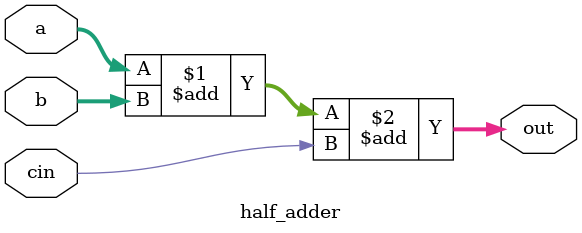
<source format=v>
`timescale 1ns / 1ps
module multiplier8bit(a,b,out, clk, start,working);
output [15:0] out;
output working;
input [7:0] a,b;
input clk, start;
reg [7:0] A, Q, M;
reg Q_1;
reg [3:0] count;
wire [7:0] sum, difference;
always @(posedge clk)
begin
if (start) begin
A <= 8'b0;
M <= a;
Q <= b;
Q_1 <= 1'b0;
count <= 4'b0;
end
else begin
case ({Q[0], Q_1})
2'b0_1 : {A, Q, Q_1} <= {sum[7], sum, Q};
2'b1_0 : {A, Q, Q_1} <= {difference[7], difference, Q};
default: {A, Q, Q_1} <= {A[7], A, Q};
endcase
count <= count + 1'b1;
end
end
half_adder adder (sum, A, M, 1'b0);
half_adder subtracter (difference, A, ~M, 1'b1);
assign out = {A, Q};
assign working = (count < 8);
endmodule


module half_adder(out, a, b, cin);
output [7:0] out;
input [7:0] a;
input [7:0] b;
input cin;
assign out = a + b + cin;
endmodule

</source>
